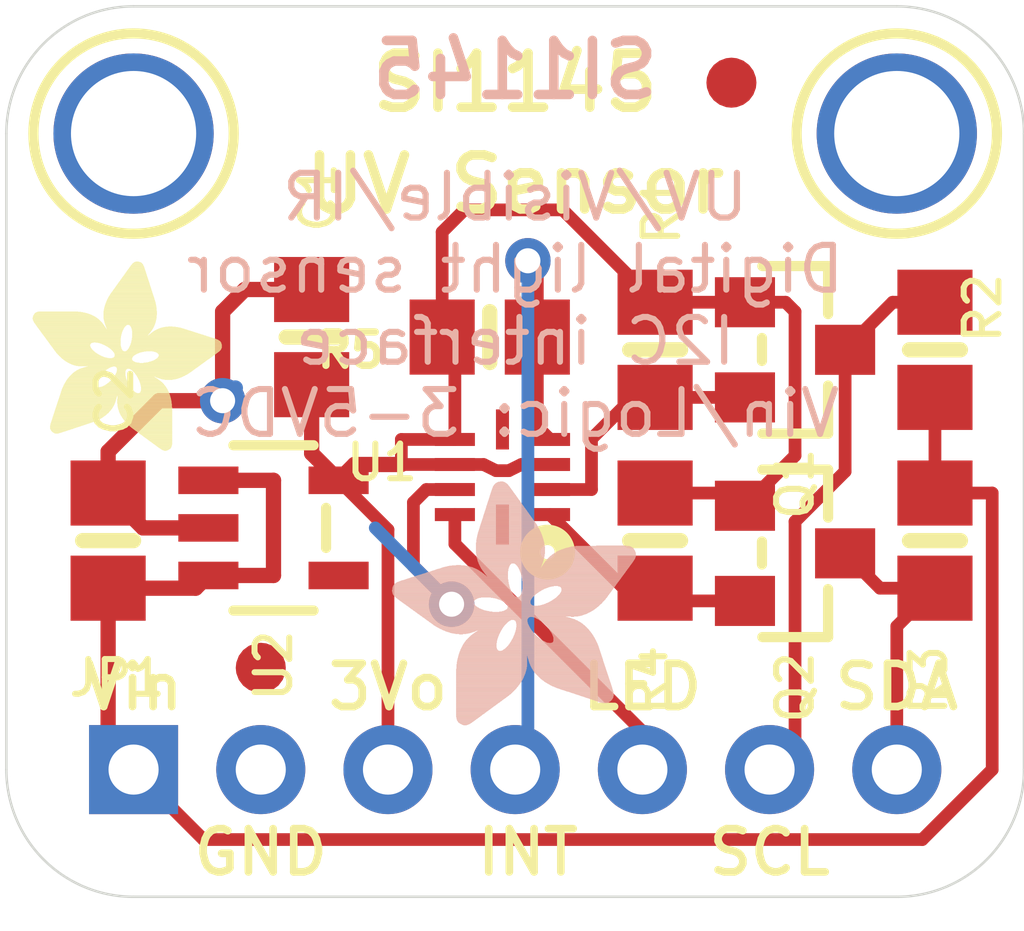
<source format=kicad_pcb>
(kicad_pcb (version 20211014) (generator pcbnew)
  (layers (0 "F.Cu" signal) (31 "B.Cu" signal) (34 "B.Paste" user) (35 "F.Paste" user) (36 "B.SilkS" user "B.Silkscreen") (37 "F.SilkS" user "F.Silkscreen") (38 "B.Mask" user) (39 "F.Mask" user) (44 "Edge.Cuts" user))
  (net 0 "")
  (net 1 "GND")
  (net 2 "SDA_3.3V")
  (net 3 "SCL_3.3V")
  (net 4 "SDA")
  (net 5 "SCL")
  (net 6 "+3V3")
  (net 7 "VIN")
  (net 8 "LED")
  (net 9 "INT")
  (footprint "boardEagle:MOUNTINGHOLE_2.5_PLATED" (layer "F.Cu") (at 156.1211 98.6536)
    (fp_text reference "U$6" hide)
    (fp_text value "MOUNTINGHOLE2.5" hide)
    (pad "P$1" thru_hole circle (at 0 0) (size 3.2 3.2) (drill 2.5) (layers *.Cu *.Mask))
  )
  (footprint "boardEagle:SOT23-WIDE" (layer "F.Cu") (at 154.0891 107.0356 -90)
    (fp_text reference "Q2" (at 1.905 0 90) (layer "F.SilkS") (effects (font (size 0.692831 0.692831) (thickness 0.119969)) (justify right)))
    (fp_text value "BSS138")
    (pad "1" smd rect (at -0.95 1 270) (size 1 1.2) (layers "F.Cu" "F.Paste" "F.Mask") (net 6 "+3V3"))
    (pad "2" smd rect (at 0.95 1 270) (size 1 1.2) (layers "F.Cu" "F.Paste" "F.Mask") (net 2 "SDA_3.3V"))
    (pad "3" smd rect (at 0 -1 270) (size 1 1.2) (layers "F.Cu" "F.Paste" "F.Mask") (net 4 "SDA"))
  )
  (footprint "boardEagle:ADAFRUIT_3.5MM" (layer "F.Cu") (at 138.8491 105.0036)
    (fp_text reference "U$3" hide)
    (fp_text value "" hide)
  )
  (footprint "boardEagle:SOT23-5" (layer "F.Cu") (at 143.6751 106.5276 -90)
    (fp_text reference "U2" (at 1.978 0 90) (layer "F.SilkS") (effects (font (size 0.692831 0.692831) (thickness 0.119969)) (justify right)))
    (fp_text value "MIC5225-3.3")
    (pad "1" smd rect (at -0.95 1.3001 270) (size 0.55 1.2) (layers "F.Cu" "F.Paste" "F.Mask") (net 7 "VIN"))
    (pad "2" smd rect (at 0 1.3001 270) (size 0.55 1.2) (layers "F.Cu" "F.Paste" "F.Mask") (net 1 "GND"))
    (pad "3" smd rect (at 0.95 1.3001 270) (size 0.55 1.2) (layers "F.Cu" "F.Paste" "F.Mask") (net 7 "VIN"))
    (pad "4" smd rect (at 0.95 -1.3001 270) (size 0.55 1.2) (layers "F.Cu" "F.Paste" "F.Mask"))
    (pad "5" smd rect (at -0.95 -1.3001 270) (size 0.55 1.2) (layers "F.Cu" "F.Paste" "F.Mask") (net 6 "+3V3"))
  )
  (footprint "boardEagle:0805-NO" (layer "F.Cu") (at 156.8831 106.7816 -90)
    (fp_text reference "R3" (at 2.032 0.127 90) (layer "F.SilkS") (effects (font (size 0.692831 0.692831) (thickness 0.119969)) (justify right)))
    (fp_text value "10K")
    (pad "1" smd rect (at -0.95 0 270) (size 1.3 1.5) (layers "F.Cu" "F.Paste" "F.Mask") (net 7 "VIN"))
    (pad "2" smd rect (at 0.95 0 270) (size 1.3 1.5) (layers "F.Cu" "F.Paste" "F.Mask") (net 4 "SDA"))
  )
  (footprint "boardEagle:0805-NO" (layer "F.Cu") (at 151.2951 106.7816 -90)
    (fp_text reference "R4" (at 2.032 0.127 90) (layer "F.SilkS") (effects (font (size 0.692831 0.692831) (thickness 0.119969)) (justify right)))
    (fp_text value "10K")
    (pad "1" smd rect (at -0.95 0 270) (size 1.3 1.5) (layers "F.Cu" "F.Paste" "F.Mask") (net 6 "+3V3"))
    (pad "2" smd rect (at 0.95 0 270) (size 1.3 1.5) (layers "F.Cu" "F.Paste" "F.Mask") (net 2 "SDA_3.3V"))
  )
  (footprint "boardEagle:0805-NO" (layer "F.Cu") (at 140.3731 106.7816 90)
    (fp_text reference "C2" (at 2.032 0.127 90) (layer "F.SilkS") (effects (font (size 0.692831 0.692831) (thickness 0.119969)) (justify left)))
    (fp_text value "10uF")
    (pad "1" smd rect (at -0.95 0 90) (size 1.3 1.5) (layers "F.Cu" "F.Paste" "F.Mask") (net 7 "VIN"))
    (pad "2" smd rect (at 0.95 0 90) (size 1.3 1.5) (layers "F.Cu" "F.Paste" "F.Mask") (net 1 "GND"))
  )
  (footprint "boardEagle:1X07_ROUND_70" (layer "F.Cu") (at 148.5011 111.3536)
    (fp_text reference "JP1" (at -8.9662 -1.8288) (layer "F.SilkS") (effects (font (size 0.692831 0.692831) (thickness 0.119969)) (justify left)))
    (fp_text value "")
    (pad "1" thru_hole rect (at -7.62 0 90) (size 1.778 1.778) (drill 1) (layers *.Cu *.Mask) (net 7 "VIN"))
    (pad "2" thru_hole circle (at -5.08 0 90) (size 1.778 1.778) (drill 1) (layers *.Cu *.Mask) (net 1 "GND"))
    (pad "3" thru_hole circle (at -2.54 0 90) (size 1.778 1.778) (drill 1) (layers *.Cu *.Mask) (net 6 "+3V3"))
    (pad "4" thru_hole circle (at 0 0 90) (size 1.778 1.778) (drill 1) (layers *.Cu *.Mask) (net 9 "INT"))
    (pad "5" thru_hole circle (at 2.54 0 90) (size 1.778 1.778) (drill 1) (layers *.Cu *.Mask) (net 8 "LED"))
    (pad "6" thru_hole circle (at 5.08 0 90) (size 1.778 1.778) (drill 1) (layers *.Cu *.Mask) (net 5 "SCL"))
    (pad "7" thru_hole circle (at 7.62 0 90) (size 1.778 1.778) (drill 1) (layers *.Cu *.Mask) (net 4 "SDA"))
  )
  (footprint "boardEagle:FIDUCIAL_1MM" (layer "F.Cu") (at 143.4211 109.3216)
    (fp_text reference "FID2" hide)
    (fp_text value "FIDUCIAL\"\"" hide)
    (pad "1" smd roundrect (at 0 0) (size 1 1) (layers "F.Cu" "F.Mask") (roundrect_rratio 0.5))
  )
  (footprint "boardEagle:0805-NO" (layer "F.Cu") (at 156.8831 102.9716 -90)
    (fp_text reference "R2" (at -1.5875 -0.9525 90) (layer "F.SilkS") (effects (font (size 0.692831 0.692831) (thickness 0.119969)) (justify right)))
    (fp_text value "10K")
    (pad "1" smd rect (at -0.95 0 270) (size 1.3 1.5) (layers "F.Cu" "F.Paste" "F.Mask") (net 5 "SCL"))
    (pad "2" smd rect (at 0.95 0 270) (size 1.3 1.5) (layers "F.Cu" "F.Paste" "F.Mask") (net 7 "VIN"))
  )
  (footprint "boardEagle:SOT23-WIDE" (layer "F.Cu") (at 154.0891 102.9716 -90)
    (fp_text reference "Q1" (at 1.905 0 90) (layer "F.SilkS") (effects (font (size 0.692831 0.692831) (thickness 0.119969)) (justify right)))
    (fp_text value "BSS138")
    (pad "1" smd rect (at -0.95 1 270) (size 1 1.2) (layers "F.Cu" "F.Paste" "F.Mask") (net 6 "+3V3"))
    (pad "2" smd rect (at 0.95 1 270) (size 1 1.2) (layers "F.Cu" "F.Paste" "F.Mask") (net 3 "SCL_3.3V"))
    (pad "3" smd rect (at 0 -1 270) (size 1 1.2) (layers "F.Cu" "F.Paste" "F.Mask") (net 5 "SCL"))
  )
  (footprint "boardEagle:0805-NO" (layer "F.Cu") (at 144.4371 102.7176 90)
    (fp_text reference "C1" (at 2.032 0.127 90) (layer "F.SilkS") (effects (font (size 0.692831 0.692831) (thickness 0.119969)) (justify left)))
    (fp_text value "10uF")
    (pad "1" smd rect (at -0.95 0 90) (size 1.3 1.5) (layers "F.Cu" "F.Paste" "F.Mask") (net 6 "+3V3"))
    (pad "2" smd rect (at 0.95 0 90) (size 1.3 1.5) (layers "F.Cu" "F.Paste" "F.Mask") (net 1 "GND"))
  )
  (footprint "boardEagle:0805-NO" (layer "F.Cu") (at 147.9931 102.7176 180)
    (fp_text reference "R5" (at 2.032 0.127 180) (layer "F.SilkS") (effects (font (size 0.666496 0.666496) (thickness 0.146304)) (justify right top)))
    (fp_text value "10K")
    (pad "1" smd rect (at -0.95 0 180) (size 1.3 1.5) (layers "F.Cu" "F.Paste" "F.Mask") (net 9 "INT"))
    (pad "2" smd rect (at 0.95 0 180) (size 1.3 1.5) (layers "F.Cu" "F.Paste" "F.Mask") (net 6 "+3V3"))
  )
  (footprint "boardEagle:FIDUCIAL_1MM" (layer "F.Cu") (at 152.8191 97.6376)
    (fp_text reference "FID1" hide)
    (fp_text value "FIDUCIAL\"\"" hide)
    (pad "1" smd roundrect (at 0 0) (size 1 1) (layers "F.Cu" "F.Mask") (roundrect_rratio 0.5))
  )
  (footprint "boardEagle:MOUNTINGHOLE_2.5_PLATED" (layer "F.Cu") (at 140.8811 98.6536)
    (fp_text reference "U$5" hide)
    (fp_text value "MOUNTINGHOLE2.5" hide)
    (pad "P$1" thru_hole circle (at 0 0) (size 3.2 3.2) (drill 2.5) (layers *.Cu *.Mask))
  )
  (footprint "boardEagle:0805-NO" (layer "F.Cu") (at 151.2951 102.9716 90)
    (fp_text reference "R1" (at 2.032 0.127 90) (layer "F.SilkS") (effects (font (size 0.692831 0.692831) (thickness 0.119969)) (justify left)))
    (fp_text value "10K")
    (pad "1" smd rect (at -0.95 0 90) (size 1.3 1.5) (layers "F.Cu" "F.Paste" "F.Mask") (net 3 "SCL_3.3V"))
    (pad "2" smd rect (at 0.95 0 90) (size 1.3 1.5) (layers "F.Cu" "F.Paste" "F.Mask") (net 6 "+3V3"))
  )
  (footprint "boardEagle:SI114X" (layer "F.Cu") (at 148.2471 105.5116 180)
    (fp_text reference "U1" (at 1.635 0.29) (layer "F.SilkS") (effects (font (size 0.692831 0.692831) (thickness 0.119969)) (justify right)))
    (fp_text value "SI1145")
    (pad "1" smd rect (at -0.95 -0.75 270) (size 0.26 0.8) (layers "F.Cu" "F.Paste") (net 2 "SDA_3.3V"))
    (pad "2" smd rect (at -0.95 -0.25 270) (size 0.26 0.8) (layers "F.Cu" "F.Paste") (net 3 "SCL_3.3V"))
    (pad "3" smd rect (at -0.95 0.25 270) (size 0.26 0.8) (layers "F.Cu" "F.Paste") (net 6 "+3V3"))
    (pad "4" smd rect (at -0.95 0.75 270) (size 0.26 0.8) (layers "F.Cu" "F.Paste") (net 9 "INT"))
    (pad "5" smd rect (at 0 0.95) (size 0.26 0.8) (layers "F.Cu" "F.Paste"))
    (pad "6" smd rect (at 0.95 0.75 90) (size 0.26 0.8) (layers "F.Cu" "F.Paste") (net 6 "+3V3"))
    (pad "7" smd rect (at 0.95 0.25 90) (size 0.26 0.8) (layers "F.Cu" "F.Paste") (net 6 "+3V3"))
    (pad "8" smd rect (at 0.95 -0.25 90) (size 0.26 0.8) (layers "F.Cu" "F.Paste") (net 1 "GND"))
    (pad "9" smd rect (at 0.95 -0.75 90) (size 0.26 0.8) (layers "F.Cu" "F.Paste") (net 8 "LED"))
    (pad "10" smd rect (at 0 -0.95) (size 0.26 0.8) (layers "F.Cu" "F.Paste"))
  )
  (footprint "boardEagle:ADAFRUIT_5MM" (layer "B.Cu") (at 150.9141 110.4646 180)
    (fp_text reference "U$8" hide)
    (fp_text value "" hide)
  )
  (gr_line (start 140.8811 96.1136) (end 156.1211 96.1136) (layer "Edge.Cuts") (width 0.05))
  (gr_arc (start 156.1211 96.1136) (mid 157.917151 96.857549) (end 158.6611 98.6536) (layer "Edge.Cuts") (width 0.05))
  (gr_line (start 138.3411 111.3536) (end 138.3411 98.6536) (layer "Edge.Cuts") (width 0.05))
  (gr_arc (start 138.3411 98.6536) (mid 139.085049 96.857549) (end 140.8811 96.1136) (layer "Edge.Cuts") (width 0.05))
  (gr_line (start 156.1211 113.8936) (end 140.8811 113.8936) (layer "Edge.Cuts") (width 0.05))
  (gr_arc (start 158.6611 111.3536) (mid 157.917151 113.149651) (end 156.1211 113.8936) (layer "Edge.Cuts") (width 0.05))
  (gr_line (start 158.6611 98.6536) (end 158.6611 111.3536) (layer "Edge.Cuts") (width 0.05))
  (gr_arc (start 140.8811 113.8936) (mid 139.085049 113.149651) (end 138.3411 111.3536) (layer "Edge.Cuts") (width 0.05))
  (gr_text "UV/Visible/IR\nDigital light sensor\nI2C interface\nVin/Logic: 3-5VDC" (at 148.5011 102.0826) (layer "B.SilkS") (effects (font (size 0.89408 0.89408) (thickness 0.12192)) (justify mirror)))
  (gr_text "SI1145" (at 148.5011 97.3836) (layer "B.SilkS") (effects (font (size 1.0795 1.0795) (thickness 0.1905)) (justify mirror)))
  (gr_text "3Vo" (at 145.9611 109.7026) (layer "F.SilkS") (effects (font (size 0.8636 0.8636) (thickness 0.1524))))
  (gr_text "SCL" (at 153.5811 113.0046) (layer "F.SilkS") (effects (font (size 0.8636 0.8636) (thickness 0.1524))))
  (gr_text "SDA" (at 156.1211 109.7026) (layer "F.SilkS") (effects (font (size 0.8636 0.8636) (thickness 0.1524))))
  (gr_text "LED" (at 151.0411 109.7026) (layer "F.SilkS") (effects (font (size 0.8636 0.8636) (thickness 0.1524))))
  (gr_text "INT" (at 148.7551 113.0046) (layer "F.SilkS") (effects (font (size 0.8636 0.8636) (thickness 0.1524))))
  (gr_text "SI1145" (at 148.5011 97.6376) (layer "F.SilkS") (effects (font (size 1.0795 1.0795) (thickness 0.1905))))
  (gr_text "Vin" (at 140.8811 109.7026) (layer "F.SilkS") (effects (font (size 0.8636 0.8636) (thickness 0.1524))))
  (gr_text "UV Sensor" (at 148.5011 99.6696) (layer "F.SilkS") (effects (font (size 1.0795 1.0795) (thickness 0.1905))))
  (gr_text "GND" (at 143.4211 113.0046) (layer "F.SilkS") (effects (font (size 0.8636 0.8636) (thickness 0.1524))))
  (segment (start 141.3891 103.9876) (end 142.6591 103.9876) (width 0.3048) (layer "F.Cu") (net 1))
  (segment (start 140.3731 105.0036) (end 141.3891 103.9876) (width 0.3048) (layer "F.Cu") (net 1))
  (segment (start 140.3731 105.8316) (end 140.3731 105.0036) (width 0.3048) (layer "F.Cu") (net 1))
  (segment (start 146.4691 106.0196) (end 146.4691 107.2896) (width 0.254) (layer "F.Cu") (net 1))
  (segment (start 147.2971 105.7616) (end 146.7271 105.7616) (width 0.254) (layer "F.Cu") (net 1))
  (segment (start 144.4371 101.7676) (end 143.1011 101.7676) (width 0.3048) (layer "F.Cu") (net 1))
  (segment (start 141.0691 106.5276) (end 140.3731 105.8316) (width 0.3048) (layer "F.Cu") (net 1))
  (segment (start 146.4691 107.2896) (end 147.2311 108.0516) (width 0.254) (layer "F.Cu") (net 1))
  (segment (start 142.375 106.5276) (end 141.0691 106.5276) (width 0.3048) (layer "F.Cu") (net 1))
  (segment (start 146.7271 105.7616) (end 146.4691 106.0196) (width 0.254) (layer "F.Cu") (net 1))
  (segment (start 142.6591 102.2096) (end 142.6591 103.9876) (width 0.3048) (layer "F.Cu") (net 1))
  (segment (start 143.1011 101.7676) (end 142.6591 102.2096) (width 0.3048) (layer "F.Cu") (net 1))
  (via (at 147.2311 108.0516) (size 0.9064) (drill 0.5) (layers "F.Cu" "B.Cu") (net 1))
  (via (at 142.6591 103.9876) (size 0.9064) (drill 0.5) (layers "F.Cu" "B.Cu") (net 1))
  (segment (start 147.2311 108.0516) (end 145.7071 106.5276) (width 0.254) (layer "B.Cu") (net 1))
  (segment (start 142.6591 103.9876) (end 142.9131 103.7336) (width 0.3048) (layer "B.Cu") (net 1))
  (segment (start 150.6671 107.7316) (end 151.2951 107.7316) (width 0.254) (layer "F.Cu") (net 2))
  (segment (start 149.1971 106.2616) (end 150.6671 107.7316) (width 0.254) (layer "F.Cu") (net 2))
  (segment (start 151.2951 107.9856) (end 153.0891 107.9856) (width 0.254) (layer "F.Cu") (net 2))
  (segment (start 151.2951 107.7316) (end 151.2951 107.9856) (width 0.254) (layer "F.Cu") (net 2))
  (segment (start 153.0891 103.9216) (end 151.2951 103.9216) (width 0.254) (layer "F.Cu") (net 3))
  (segment (start 150.0251 104.7496) (end 150.8531 103.9216) (width 0.254) (layer "F.Cu") (net 3))
  (segment (start 150.0251 105.7616) (end 150.0251 104.7496) (width 0.254) (layer "F.Cu") (net 3))
  (segment (start 150.8531 103.9216) (end 151.2951 103.9216) (width 0.254) (layer "F.Cu") (net 3))
  (segment (start 149.1971 105.7616) (end 150.0251 105.7616) (width 0.254) (layer "F.Cu") (net 3))
  (segment (start 156.1211 108.4936) (end 156.1211 111.3536) (width 0.254) (layer "F.Cu") (net 4))
  (segment (start 156.8831 107.7316) (end 156.1211 108.4936) (width 0.254) (layer "F.Cu") (net 4))
  (segment (start 155.0891 107.0356) (end 155.7851 107.7316) (width 0.254) (layer "F.Cu") (net 4))
  (segment (start 155.7851 107.7316) (end 156.8831 107.7316) (width 0.254) (layer "F.Cu") (net 4))
  (segment (start 155.0891 105.4006) (end 155.0891 102.9716) (width 0.254) (layer "F.Cu") (net 5))
  (segment (start 154.0891 110.8456) (end 153.5811 111.3536) (width 0.254) (layer "F.Cu") (net 5))
  (segment (start 154.0891 106.4006) (end 155.0891 105.4006) (width 0.254) (layer "F.Cu") (net 5))
  (segment (start 154.0891 110.8456) (end 154.0891 106.4006) (width 0.254) (layer "F.Cu") (net 5))
  (segment (start 156.0391 102.0216) (end 156.8831 102.0216) (width 0.254) (layer "F.Cu") (net 5))
  (segment (start 155.0891 102.9716) (end 156.0391 102.0216) (width 0.254) (layer "F.Cu") (net 5))
  (segment (start 147.2971 102.4636) (end 147.2971 104.7616) (width 0.254) (layer "F.Cu") (net 6))
  (segment (start 147.0431 102.7176) (end 147.2971 102.4636) (width 0.254) (layer "F.Cu") (net 6))
  (segment (start 148.3741 105.3846) (end 148.1201 105.3846) (width 0.254) (layer "F.Cu") (net 6))
  (segment (start 144.9752 105.5776) (end 145.9611 106.5635) (width 0.254) (layer "F.Cu") (net 6))
  (segment (start 144.4371 103.6676) (end 144.4371 105.0395) (width 0.3048) (layer "F.Cu") (net 6))
  (segment (start 145.9611 106.5635) (end 145.9611 111.3536) (width 0.254) (layer "F.Cu") (net 6))
  (segment (start 147.8701 105.2616) (end 147.2971 105.2616) (width 0.254) (layer "F.Cu") (net 6))
  (segment (start 147.4851 100.1776) (end 147.0431 100.6196) (width 0.254) (layer "F.Cu") (net 6))
  (segment (start 153.0891 106.0856) (end 152.5811 105.8316) (width 0.254) (layer "F.Cu") (net 6))
  (segment (start 146.228056 105.2616) (end 145.2912 105.2616) (width 0.3048) (layer "F.Cu") (net 6))
  (segment (start 151.2951 102.0216) (end 149.4511 100.1776) (width 0.254) (layer "F.Cu") (net 6))
  (segment (start 149.1971 105.2616) (end 148.6241 105.2616) (width 0.254) (layer "F.Cu") (net 6))
  (segment (start 154.0891 105.0856) (end 154.0891 102.2096) (width 0.254) (layer "F.Cu") (net 6))
  (segment (start 145.2912 105.2616) (end 144.9752 105.5776) (width 0.3048) (layer "F.Cu") (net 6))
  (segment (start 147.2971 105.2616) (end 146.228056 105.2616) (width 0.254) (layer "F.Cu") (net 6))
  (segment (start 152.5811 105.8316) (end 151.2951 105.8316) (width 0.254) (layer "F.Cu") (net 6))
  (segment (start 153.0891 106.0856) (end 154.0891 105.0856) (width 0.254) (layer "F.Cu") (net 6))
  (segment (start 151.2951 102.0216) (end 153.0891 102.0216) (width 0.254) (layer "F.Cu") (net 6))
  (segment (start 144.4371 105.0395) (end 144.9752 105.5776) (width 0.3048) (layer "F.Cu") (net 6))
  (segment (start 146.228056 105.2616) (end 146.228056 104.7616) (width 0.254) (layer "F.Cu") (net 6))
  (segment (start 149.4511 100.1776) (end 147.4851 100.1776) (width 0.254) (layer "F.Cu") (net 6))
  (segment (start 148.1201 105.3846) (end 147.8701 105.2616) (width 0.254) (layer "F.Cu") (net 6))
  (segment (start 153.9011 102.0216) (end 153.0891 102.0216) (width 0.254) (layer "F.Cu") (net 6))
  (segment (start 154.0891 102.2096) (end 153.9011 102.0216) (width 0.254) (layer "F.Cu") (net 6))
  (segment (start 148.6241 105.2616) (end 148.3741 105.3846) (width 0.254) (layer "F.Cu") (net 6))
  (segment (start 146.228056 104.7616) (end 147.2971 104.7616) (width 0.254) (layer "F.Cu") (net 6))
  (segment (start 147.0431 100.6196) (end 147.0431 102.7176) (width 0.254) (layer "F.Cu") (net 6))
  (segment (start 140.3731 110.8456) (end 140.3731 107.7316) (width 0.3048) (layer "F.Cu") (net 7))
  (segment (start 142.2781 112.7506) (end 140.8811 111.3536) (width 0.254) (layer "F.Cu") (net 7))
  (segment (start 140.8811 111.3536) (end 140.3731 110.8456) (width 0.3048) (layer "F.Cu") (net 7))
  (segment (start 142.121 107.7316) (end 140.3731 107.7316) (width 0.3048) (layer "F.Cu") (net 7))
  (segment (start 158.0261 111.3536) (end 156.6291 112.7506) (width 0.254) (layer "F.Cu") (net 7))
  (segment (start 143.6751 105.5776) (end 143.6751 107.4776) (width 0.3048) (layer "F.Cu") (net 7))
  (segment (start 156.8831 105.8316) (end 158.0261 105.8316) (width 0.254) (layer "F.Cu") (net 7))
  (segment (start 142.375 107.4776) (end 142.121 107.7316) (width 0.3048) (layer "F.Cu") (net 7))
  (segment (start 156.8831 105.8316) (end 156.8831 103.9216) (width 0.254) (layer "F.Cu") (net 7))
  (segment (start 156.6291 112.7506) (end 142.2781 112.7506) (width 0.254) (layer "F.Cu") (net 7))
  (segment (start 142.375 105.5776) (end 143.6751 105.5776) (width 0.3048) (layer "F.Cu") (net 7))
  (segment (start 143.6751 107.4776) (end 142.375 107.4776) (width 0.3048) (layer "F.Cu") (net 7))
  (segment (start 158.0261 105.8316) (end 158.0261 111.3536) (width 0.254) (layer "F.Cu") (net 7))
  (segment (start 151.0411 110.5916) (end 151.0411 111.3536) (width 0.254) (layer "F.Cu") (net 8))
  (segment (start 147.2971 106.8476) (end 151.0411 110.5916) (width 0.254) (layer "F.Cu") (net 8))
  (segment (start 147.2971 106.2616) (end 147.2971 106.8476) (width 0.254) (layer "F.Cu") (net 8))
  (segment (start 148.7551 101.1936) (end 148.9431 101.3816) (width 0.254) (layer "F.Cu") (net 9))
  (segment (start 148.9431 104.5076) (end 148.9431 102.7176) (width 0.254) (layer "F.Cu") (net 9))
  (segment (start 149.1971 104.7616) (end 148.9431 104.5076) (width 0.254) (layer "F.Cu") (net 9))
  (segment (start 148.9431 101.3816) (end 148.9431 102.7176) (width 0.254) (layer "F.Cu") (net 9))
  (via (at 148.7551 101.1936) (size 0.9064) (drill 0.5) (layers "F.Cu" "B.Cu") (net 9))
  (segment (start 148.5011 111.3536) (end 148.7551 111.0996) (width 0.254) (layer "B.Cu") (net 9))
  (segment (start 148.7551 111.0996) (end 148.7551 101.1936) (width 0.254) (layer "B.Cu") (net 9))
)
</source>
